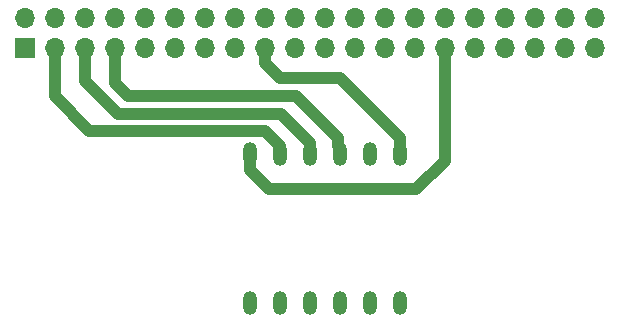
<source format=gbr>
G04 #@! TF.GenerationSoftware,KiCad,Pcbnew,8.0.0*
G04 #@! TF.CreationDate,2024-03-06T16:50:21+00:00*
G04 #@! TF.ProjectId,cyclops,6379636c-6f70-4732-9e6b-696361645f70,rev?*
G04 #@! TF.SameCoordinates,Original*
G04 #@! TF.FileFunction,Copper,L1,Top*
G04 #@! TF.FilePolarity,Positive*
%FSLAX46Y46*%
G04 Gerber Fmt 4.6, Leading zero omitted, Abs format (unit mm)*
G04 Created by KiCad (PCBNEW 8.0.0) date 2024-03-06 16:50:21*
%MOMM*%
%LPD*%
G01*
G04 APERTURE LIST*
G04 #@! TA.AperFunction,ComponentPad*
%ADD10O,1.200000X2.000000*%
G04 #@! TD*
G04 #@! TA.AperFunction,ComponentPad*
%ADD11R,1.700000X1.700000*%
G04 #@! TD*
G04 #@! TA.AperFunction,ComponentPad*
%ADD12O,1.700000X1.700000*%
G04 #@! TD*
G04 #@! TA.AperFunction,Conductor*
%ADD13C,1.000000*%
G04 #@! TD*
G04 #@! TA.AperFunction,Conductor*
%ADD14C,0.010000*%
G04 #@! TD*
G04 APERTURE END LIST*
D10*
X149987000Y-95708000D03*
X147447000Y-95708000D03*
X144907000Y-95708000D03*
X142367000Y-95708000D03*
X139827000Y-95708000D03*
X137287000Y-95708000D03*
X137287000Y-83108000D03*
X139827000Y-83108000D03*
X142367000Y-83108000D03*
X144907000Y-83108000D03*
X147447000Y-83108000D03*
X149987000Y-83108000D03*
D11*
X118237000Y-74145001D03*
D12*
X118237000Y-71605001D03*
X120777000Y-74145001D03*
X120777000Y-71605001D03*
X123317000Y-74145001D03*
X123317000Y-71605001D03*
X125857000Y-74145001D03*
X125857000Y-71605001D03*
X128397000Y-74145001D03*
X128397000Y-71605001D03*
X130937000Y-74145001D03*
X130937000Y-71605001D03*
X133477000Y-74145001D03*
X133477000Y-71605001D03*
X136017000Y-74145001D03*
X136017000Y-71605001D03*
X138557000Y-74145001D03*
X138557000Y-71605001D03*
X141097000Y-74145001D03*
X141097000Y-71605001D03*
X143637000Y-74145001D03*
X143637000Y-71605001D03*
X146177000Y-74145001D03*
X146177000Y-71605001D03*
X148717000Y-74145001D03*
X148717000Y-71605001D03*
X151257000Y-74145001D03*
X151257000Y-71605001D03*
X153797000Y-74145001D03*
X153797000Y-71605001D03*
X156337000Y-74145001D03*
X156337000Y-71605001D03*
X158877000Y-74145001D03*
X158877000Y-71605001D03*
X161417000Y-74145001D03*
X161417000Y-71605001D03*
X163957000Y-74145001D03*
X163957000Y-71605001D03*
X166497000Y-74145001D03*
X166497000Y-71605001D03*
X166497000Y-71605001D03*
X166497000Y-74145001D03*
X163957000Y-71605001D03*
X163957000Y-74145001D03*
X161417000Y-71605001D03*
X161417000Y-74145001D03*
X158877000Y-71605001D03*
X158877000Y-74145001D03*
X156337000Y-71605001D03*
X156337000Y-74145001D03*
X153797000Y-71605001D03*
X153797000Y-74145001D03*
X151257000Y-71605001D03*
X151257000Y-74145001D03*
X148717000Y-71605001D03*
X148717000Y-74145001D03*
X146177000Y-71605001D03*
X146177000Y-74145001D03*
X143637000Y-71605001D03*
X143637000Y-74145001D03*
X141097000Y-71605001D03*
X141097000Y-74145001D03*
X138557000Y-71605001D03*
X138557000Y-74145001D03*
X136017000Y-71605001D03*
X136017000Y-74145001D03*
X133477000Y-71605001D03*
X133477000Y-74145001D03*
X130937000Y-71605001D03*
X130937000Y-74145001D03*
X128397000Y-71605001D03*
X128397000Y-74145001D03*
X125857000Y-71605001D03*
X125857000Y-74145001D03*
X123317000Y-71605001D03*
X123317000Y-74145001D03*
X120777000Y-71605001D03*
X120777000Y-74145001D03*
X118237000Y-71605001D03*
D11*
X118237000Y-74145001D03*
D13*
X149987000Y-83108000D02*
X149987000Y-81788000D01*
X149987000Y-81788000D02*
X144907000Y-76708000D01*
X144907000Y-76708000D02*
X139823999Y-76708000D01*
X139823999Y-76708000D02*
X138557000Y-75441001D01*
X138557000Y-75441001D02*
X138557000Y-74145001D01*
X144780000Y-81788000D02*
X144780000Y-82423000D01*
X143637000Y-80645000D02*
X144780000Y-81788000D01*
X127000000Y-78232000D02*
X138811000Y-78232000D01*
X125857000Y-74145001D02*
X125857000Y-77089000D01*
X125857000Y-77089000D02*
X127000000Y-78232000D01*
X138811000Y-78232000D02*
X141224000Y-78232000D01*
X141224000Y-78232000D02*
X143637000Y-80645000D01*
X142367000Y-83108000D02*
X142367000Y-82169000D01*
X142367000Y-82169000D02*
X139954000Y-79756000D01*
X139954000Y-79756000D02*
X126111000Y-79756000D01*
X126111000Y-79756000D02*
X123317000Y-76962000D01*
X123317000Y-76962000D02*
X123317000Y-74145001D01*
X139827000Y-83108000D02*
X139827000Y-82423000D01*
X139827000Y-82423000D02*
X138557000Y-81153000D01*
X138557000Y-81153000D02*
X123698000Y-81153000D01*
X123698000Y-81153000D02*
X120777000Y-78232000D01*
X120777000Y-78232000D02*
X120777000Y-74145001D01*
X137287000Y-83108000D02*
X137287000Y-84455000D01*
X137287000Y-84455000D02*
X138938000Y-86106000D01*
X138938000Y-86106000D02*
X151384000Y-86106000D01*
X151384000Y-86106000D02*
X153797000Y-83693000D01*
X153797000Y-83693000D02*
X153797000Y-74145001D01*
D14*
X118237000Y-74145001D02*
X118237000Y-74295000D01*
M02*

</source>
